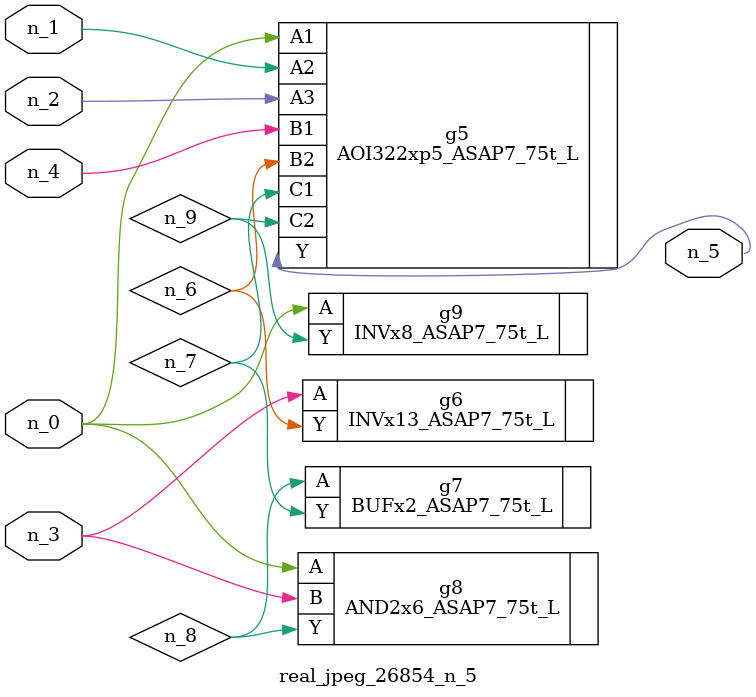
<source format=v>
module real_jpeg_26854_n_5 (n_4, n_0, n_1, n_2, n_3, n_5);

input n_4;
input n_0;
input n_1;
input n_2;
input n_3;

output n_5;

wire n_8;
wire n_6;
wire n_7;
wire n_9;

AOI322xp5_ASAP7_75t_L g5 ( 
.A1(n_0),
.A2(n_1),
.A3(n_2),
.B1(n_4),
.B2(n_6),
.C1(n_7),
.C2(n_9),
.Y(n_5)
);

AND2x6_ASAP7_75t_L g8 ( 
.A(n_0),
.B(n_3),
.Y(n_8)
);

INVx8_ASAP7_75t_L g9 ( 
.A(n_0),
.Y(n_9)
);

INVx13_ASAP7_75t_L g6 ( 
.A(n_3),
.Y(n_6)
);

BUFx2_ASAP7_75t_L g7 ( 
.A(n_8),
.Y(n_7)
);


endmodule
</source>
